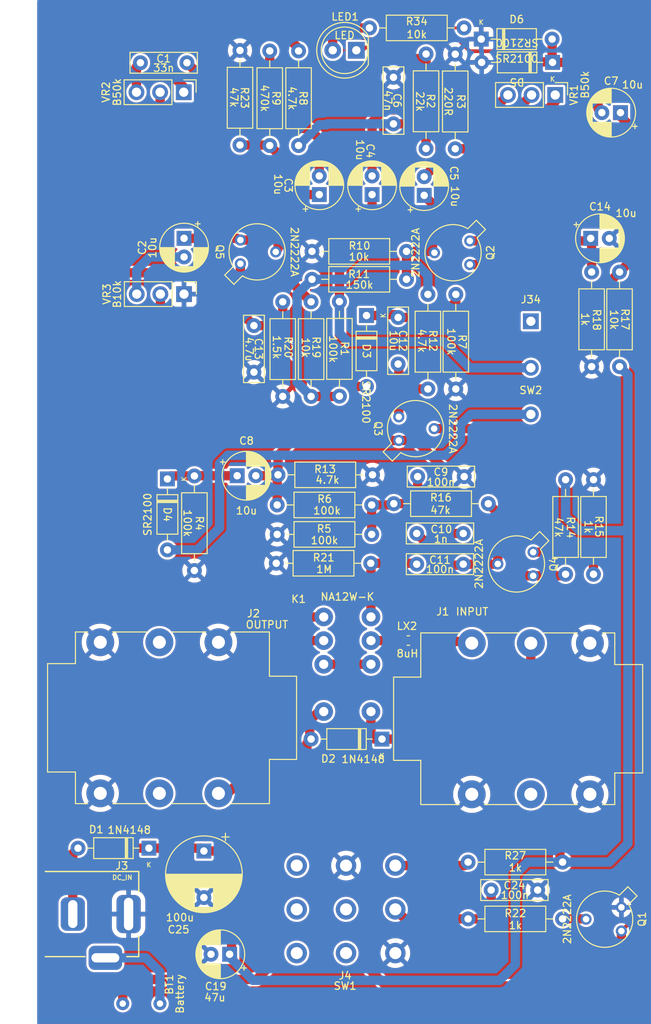
<source format=kicad_pcb>
(kicad_pcb (version 20240108) (generator "pcbnew") (generator_version "8.0")
  (layers (0 "F.Cu" signal) (31 "B.Cu" signal) (34 "B.Paste" user) (35 "F.Paste" user) (36 "B.SilkS" user "B.Silkscreen") (37 "F.SilkS" user "F.Silkscreen") (38 "B.Mask" user) (39 "F.Mask" user) (44 "Edge.Cuts" user))
  (net 0 "")
  (net 1 "Net-(BT1-+)")
  (net 3 "Net-(BT1--)")
  (net 4 "Net-(J1-PadT)")
  (net 5 "Net-(J2-PadT)")
  (net 6 "BYPASS")
  (net 7 "Net-(LED1-A)")
  (net 16 "Net-(Q4-B)")
  (net 17 "VCC")
  (net 18 "Net-(D1-A)")
  (net 19 "GND")
  (net 20 "Net-(C11-Pad2)")
  (net 21 "Net-(Q3-B)")
  (net 22 "Net-(Q4-E)")
  (net 23 "Net-(Q3-E)")
  (net 24 "Net-(C9-Pad1)")
  (net 25 "Net-(D4-K)")
  (net 26 "Net-(Q3-C)")
  (net 27 "Net-(D3-K)")
  (net 28 "Net-(D3-A)")
  (net 29 "Net-(D4-A)")
  (net 30 "Net-(C4-Pad2)")
  (net 31 "Net-(R3-Pad2)")
  (net 32 "Net-(C5-Pad2)")
  (net 33 "Net-(Q2-B)")
  (net 34 "Net-(Q2-C)")
  (net 35 "Net-(Q2-E)")
  (net 36 "Net-(D5-K)")
  (net 37 "Net-(C1-Pad1)")
  (net 38 "Net-(C6-Pad1)")
  (net 39 "Net-(R8-Pad2)")
  (net 40 "Net-(Q5-B)")
  (net 41 "Net-(C3-Pad2)")
  (net 42 "Net-(Q5-C)")
  (net 43 "Net-(C2-Pad2)")
  (net 44 "Net-(Q5-E)")
  (net 45 "Net-(K1-Pad4)")
  (net 46 "Net-(K1-Pad8)")
  (net 47 "Net-(J4C-B)")
  (net 48 "Net-(D2-A)")
  (net 49 "Net-(J4C-C)")
  (net 50 "Net-(Q1-B)")
  (footprint "Capacitor_THT:C_Rect_L7.0mm_W2.0mm_P5.00mm" (layer "F.Cu") (at 7.9 -3.81)
    (property "Reference" "C9")
    (property "Value" "100n")
  )
  (footprint "Resistor_THT:R_Axial_DIN0207_L6.3mm_D2.5mm_P10.16mm_Horizontal" (layer "F.Cu") (at -16.1 6.28 90)
    (property "Reference" "R4")
    (property "Value" "100k")
  )
  (footprint "myFoot:my_sw_3pdt" (layer "F.Cu") (at 0.2 42.672 90)
    (property "Reference" "J4")
    (property "Value" "SW1")
  )
  (footprint "Connector_PinHeader_2.54mm:PinHeader_1x03_P2.54mm_Vertical" (layer "F.Cu") (at 22.685 -44.8 -90)
    (property "Reference" "VR1")
    (property "Value" "B50k")
  )
  (footprint "Resistor_THT:R_Axial_DIN0207_L6.3mm_D2.5mm_P10.16mm_Horizontal" (layer "F.Cu") (at 26.6 -15.62 90)
    (property "Reference" "R18")
    (property "Value" "1k")
  )
  (footprint "Resistor_THT:R_Axial_DIN0207_L6.3mm_D2.5mm_P10.16mm_Horizontal" (layer "F.Cu") (at 29.6 -25.78 -90)
    (property "Reference" "R17")
    (property "Value" "10k")
  )
  (footprint "Resistor_THT:R_Axial_DIN0207_L6.3mm_D2.5mm_P10.16mm_Horizontal" (layer "F.Cu") (at 26.8 -3.48 -90)
    (property "Reference" "R15")
    (property "Value" "1k")
  )
  (footprint "Capacitor_THT:C_Rect_L7.0mm_W2.0mm_P5.00mm" (layer "F.Cu") (at -9.7 -20.026 -90)
    (property "Reference" "C13")
    (property "Value" "4.7u")
  )
  (footprint "Diode_THT:D_DO-35_SOD27_P7.62mm_Horizontal" (layer "F.Cu") (at 14.732 -50.8)
    (property "Reference" "D6")
    (property "Value" "SR2100")
  )
  (footprint "Resistor_THT:R_Axial_DIN0207_L6.3mm_D2.5mm_P10.16mm_Horizontal" (layer "F.Cu") (at -8 -39.37 90)
    (property "Reference" "R9")
    (property "Value" "470k")
  )
  (footprint "Capacitor_THT:CP_Radial_D5.0mm_P2.00mm" (layer "F.Cu") (at 3 -34.1 90)
    (property "Reference" "C4")
    (property "Value" "10u")
  )
  (footprint "Resistor_THT:R_Axial_DIN0207_L6.3mm_D2.5mm_P10.16mm_Horizontal" (layer "F.Cu") (at 15.494 -0.9 180)
    (property "Reference" "R16")
    (property "Value" "47k")
  )
  (footprint "Resistor_THT:R_Axial_DIN0207_L6.3mm_D2.5mm_P10.16mm_Horizontal" (layer "F.Cu") (at 23.48 37.6 180)
    (property "Reference" "R27")
    (property "Value" "1k")
  )
  (footprint "Connector_Audio:Jack_6.35mm_Neutrik_NMJ6HCD3_Horizontal" (layer "F.Cu") (at -13.515 30.215 180)
    (property "Reference" "J2")
    (property "Value" "OUTPUT")
  )
  (footprint "Capacitor_THT:C_Rect_L7.0mm_W2.0mm_P5.00mm" (layer "F.Cu") (at 5.8 -20.9 -90)
    (property "Reference" "C12")
    (property "Value" "10u")
  )
  (footprint "myFoot:my_conn" (layer "F.Cu") (at -19.8 52.8 90)
    (property "Reference" "BT1")
    (property "Value" "Battery")
  )
  (footprint "myFoot:my_DC_Jack" (layer "F.Cu") (at -36.67 43.18)
    (property "Reference" "J3")
    (property "Value" "DC_IN")
  )
  (footprint "Resistor_THT:R_Axial_DIN0207_L6.3mm_D2.5mm_P10.16mm_Horizontal" (layer "F.Cu") (at -7.3 5.5)
    (property "Reference" "R21")
    (property "Value" "1M")
  )
  (footprint "Relay_THT:Relay_DPDT_Omron_G6H-2" (layer "F.Cu") (at 2.88 21.43 180)
    (property "Reference" "K1")
    (property "Value" "NA12W-K")
  )
  (footprint "Capacitor_THT:CP_Radial_D5.0mm_P2.00mm" (layer "F.Cu") (at 26.5 -29.4)
    (property "Reference" "C14")
    (property "Value" "10u")
  )
  (footprint "Diode_THT:D_DO-35_SOD27_P7.62mm_Horizontal" (layer "F.Cu") (at 4.064 24.384 180)
    (property "Reference" "D2")
    (property "Value" "1N4148")
  )
  (footprint "Capacitor_THT:CP_Radial_D5.0mm_P2.00mm" (layer "F.Cu") (at 8.6 -34.014888 90)
    (property "Reference" "C5")
    (property "Value" "10u")
  )
  (footprint "Resistor_THT:R_Axial_DIN0207_L6.3mm_D2.5mm_P10.16mm_Horizontal" (layer "F.Cu") (at -3.556 -22.58 -90)
    (property "Reference" "R19")
    (property "Value" "10k")
  )
  (footprint "Resistor_THT:R_Axial_DIN0207_L6.3mm_D2.5mm_P10.16mm_Horizontal" (layer "F.Cu") (at -4.9 -39.37 90)
    (property "Reference" "R8")
    (property "Value" "4.7k")
  )
  (footprint "Resistor_THT:R_Axial_DIN0207_L6.3mm_D2.5mm_P10.16mm_Horizontal" (layer "F.Cu") (at -7.2 2.4)
    (property "Reference" "R5")
    (property "Value" "100k")
  )
  (footprint "LED_THT:LED_D5.0mm" (layer "F.Cu") (at 1.31 -49.6 180)
    (property "Reference" "LED1")
    (property "Value" "LED")
  )
  (footprint "Capacitor_THT:C_Rect_L7.0mm_W2.0mm_P5.00mm" (layer "F.Cu") (at -21.9 -48.26)
    (property "Reference" "C1")
    (property "Value" "33n")
  )
  (footprint "Resistor_THT:R_Axial_DIN0207_L6.3mm_D2.5mm_P10.16mm_Horizontal" (layer "F.Cu") (at 9 -13.22 90)
    (property "Reference" "R12")
    (property "Value" "4.7k")
  )
  (footprint "Resistor_THT:R_Axial_DIN0207_L6.3mm_D2.5mm_P10.16mm_Horizontal" (layer "F.Cu") (at 2.96 -0.762 180)
    (property "Reference" "R6")
    (property "Value" "100k")
  )
  (footprint "Package_TO_SOT_THT:TO-18-3" (layer "F.Cu") (at 11.705276 -29.125276 -90)
    (property "Reference" "Q2")
    (property "Value" "2N2222A")
  )
  (footprint "Resistor_THT:R_Axial_DIN0207_L6.3mm_D2.5mm_P10.16mm_Horizontal" (layer "F.Cu") (at 13.32 43.7)
    (property "Reference" "R22")
    (property "Value" "1k")
  )
  (footprint "Package_TO_SOT_THT:TO-18-3" (layer "F.Cu") (at -9.355276 -26.674724 90)
    (property "Reference" "Q5")
    (property "Value" "2N2222A")
  )
  (footprint "Resistor_THT:R_Axial_DIN0207_L6.3mm_D2.5mm_P10.16mm_Horizontal" (layer "F.Cu") (at 12 -13.22 90)
    (property "Reference" "R7")
    (property "Value" "100k")
  )
  (footprint "Capacitor_SMD:C_0603_1608Metric" (layer "F.Cu") (at 6.905 13.8 180)
    (property "Reference" "LX2")
    (property "Value" "8uH")
  )
  (footprint "Package_TO_SOT_THT:TO-18-3" (layer "F.Cu") (at 18.515276 4.304724 -90)
    (property "Reference" "Q4")
    (property "Value" "2N2222A")
  )
  (footprint "Resistor_THT:R_Axial_DIN0207_L6.3mm_D2.5mm_P10.16mm_Horizontal" (layer "F.Cu") (at 3.048 -4 180)
    (property "Reference" "R13")
    (property "Value" "4.7k")
  )
  (footprint "Capacitor_THT:CP_Radial_D5.0mm_P2.00mm" (layer "F.Cu") (at 29.7 -42.9 180)
    (property "Reference" "C7")
    (property "Value" "10u")
  )
  (footprint "Resistor_THT:R_Axial_DIN0207_L6.3mm_D2.5mm_P10.16mm_Horizontal" (layer "F.Cu") (at 8.8 -49.2 -90)
    (property "Reference" "R2")
    (property "Value" "22k")
  )
  (footprint "Diode_THT:D_DO-35_SOD27_P7.62mm_Horizontal" (layer "F.Cu") (at 2.4 -21.11 -90)
    (property "Reference" "D3")
    (property "Value" "SR2100")
  )
  (footprint "Capacitor_THT:C_Rect_L7.0mm_W2.0mm_P5.00mm" (layer "F.Cu") (at 12.8 5.6 180)
    (property "Reference" "C11")
    (property "Value" "100n")
  )
  (footprint "Connector_PinHeader_2.54mm:PinHeader_1x03_P2.54mm_Vertical" (layer "F.Cu") (at -17.215 -23.41 -90)
    (property "Reference" "VR3")
    (property "Value" "B10k")
  )
  (footprint "Capacitor_THT:CP_Radial_D5.0mm_P2.00mm" (layer "F.Cu") (at -2.674888 -34.1 90)
    (property "Reference" "C3")
    (property "Value" "10u")
  )
  (footprint "Resistor_THT:R_Axial_DIN0207_L6.3mm_D2.5mm_P10.16mm_Horizontal" (layer "F.Cu") (at 2.72 -52)
    (property "Reference" "R34")
    (property "Value" "10k")
  )
  (footprint "Capacitor_THT:CP_Radial_D5.0mm_P2.00mm" (layer "F.Cu") (at -17.211113 -29.4 -90)
    (property "Reference" "C2")
    (property "Value" "10u")
  )
  (footprint "Package_TO_SOT_THT:TO-18-3" (layer "F.Cu") (at 7.67 -7.69 90)
    (property "Reference" "Q3")
    (property "Value" "2N2222A")
  )
  (footprint "Capacitor_THT:CP_Radial_D5.0mm_P2.00mm" (layer "F.Cu") (at -11.5 -3.9)
    (property "Reference" "C8")
    (property "Value" "10u")
  )
  (footprint "Capacitor_THT:C_Rect_L7.0mm_W2.0mm_P5.00mm" (layer "F.Cu") (at 12.8 2.3 180)
    (property "Reference" "C10")
    (property "Value" "1n")
  )
  (footprint "Diode_THT:D_DO-35_SOD27_P7.62mm_Horizontal" (layer "F.Cu") (at -19 -3.556 -90)
    (property "Reference" "D4")
    (property "Value" "SR2100")
  )
  (footprint "Resistor_THT:R_Axial_DIN0207_L6.3mm_D2.5mm_P10.16mm_Horizontal" (layer "F.Cu") (at 11.938 -49.18 -90)
    (property "Reference" "R3")
    (property "Value" "220R")
  )
  (footprint "Capacitor_THT:C_Rect_L7.0mm_W2.0mm_P5.00mm" (layer "F.Cu") (at 5.3 -41.696 90)
    (property "Reference" "C6")
    (property "Value" "47n")
  )
  (footprint "Resistor_THT:R_Axial_DIN0207_L6.3mm_D2.5mm_P10.16mm_Horizontal" (layer "F.Cu") (at -0.508 -22.606 -90)
    (property "Reference" "R1")
    (property "Value" "100k")
  )
  (footprint "Package_TO_SOT_THT:TO-18-3" (layer "F.Cu") (at 28 42.46 -90)
    (property "Reference" "Q1")
    (property "Value" "2N2222A")
  )
  (footprint "Diode_THT:D_DO-35_SOD27_P7.62mm_Horizontal" (layer "F.Cu") (at -20.99 36.1 180)
    (property "Reference" "D1")
    (property "Value" "1N4148")
  )
  (footprint "Resistor_THT:R_Axial_DIN0207_L6.3mm_D2.5mm_P10.16mm_Horizontal" (layer "F.Cu") (at 23.8 6.68 90)
    (property "Reference" "R14")
    (property "Value" "47k")
  )
  (footprint "Capacitor_THT:CP_Radial_D5.0mm_P2.00mm" (layer "F.Cu") (at -12.313775 47.497999 180)
    (property "Reference" "C19")
    (property "Value" "47u")
  )
  (footprint "Resistor_THT:R_Axial_DIN0207_L6.3mm_D2.5mm_P10.16mm_Horizontal" (layer "F.Cu") (at -11.2 -49.58 -90)
    (property "Reference" "R23")
    (property "Value" "47k")
  )
  (footprint "Resistor_THT:R_Axial_DIN0207_L6.3mm_D2.5mm_P10.16mm_Horizontal" (layer "F.Cu") (at -3.46 -28)
    (property "Reference" "R10")
    (property "Value" "10k")
  )
  (footprint "Resistor_THT:R_Axial_DIN0207_L6.3mm_D2.5mm_P10.16mm_Horizontal" (layer "F.Cu") (at 6.7 -25 180)
    (property "Reference" "R11")
    (property "Value" "150k")
  )
  (footprint "Capacitor_THT:C_Rect_L7.0mm_W2.0mm_P5.00mm" (layer "F.Cu") (at 15.8 40.6)
    (property "Reference" "C24")
    (property "Value" "100n")
  )
  (footprint "Capacitor_THT:CP_Radial_D8.0mm_P5.00mm" (layer "F.Cu") (at -15.077349 36.407349 -90)
    (property "Reference" "C25")
    (property "Value" "100u")
  )
  (footprint "Connector_PinHeader_2.54mm:PinHeader_1x03_P2.54mm_Vertical" (layer "F.Cu") (at 20.066 -20.494)
    (property "Reference" "J34")
    (property "Value" "SW2")
  )
  (footprint "Connector_PinHeader_2.54mm:PinHeader_1x03_P2.54mm_Vertical" (layer "F.Cu") (at -17.245 -45.095 -90)
    (property "Reference" "VR2")
    (property "Value" "B50k")
  )
  (footprint "Diode_THT:D_DO-35_SOD27_P7.62mm_Horizontal" (layer "F.Cu") (at 22.4 -48.3 180)
    (property "Reference" "D5")
    (property "Value" "SR2100")
  )
  (footprint "Connector_Audio:Jack_6.35mm_Neutrik_NMJ6HCD3_Horizontal" (layer "F.Cu") (at 13.715 14.085)
    (property "Reference" "J1")
    (property "Value" "INPUT")
  )
  (footprint "Resistor_THT:R_Axial_DIN0207_L6.3mm_D2.5mm_P10.16mm_Horizontal" (layer "F.Cu") (at -6.6 -12.42 90)
    (property "Reference" "R20")
    (property "Value" "1.5k")
  )
  (segment (start -19.8 52.8) (end -19.8 49.4) (width 1) (layer "B.Cu") (net 1))
  (segment (start -21.32 47.88) (end -25.67 47.88) (width 1) (layer "B.Cu") (net 1))
  (segment (start -19.8 49.4) (end -21.32 47.88) (width 1) (layer "B.Cu") (net 1))
  (segment (start -6.5 18.6) (end -7.8 19.9) (width 1) (layer "F.Cu") (net 3))
  (segment (start 18.9 18.6) (end -6.5 18.6) (width 1) (layer "F.Cu") (net 3))
  (segment (start 20.065 14.085) (end 20.065 17.435) (width 1) (layer "F.Cu") (net 3))
  (segment (start 20.065 17.435) (end 18.9 18.6) (width 1) (layer "F.Cu") (net 3))
  (segment (start -9.4 50.2) (end -22.6 50.2) (width 1) (layer "F.Cu") (net 3))
  (segment (start -7.8 48.6) (end -9.4 50.2) (width 1) (layer "F.Cu") (net 3))
  (segment (start -7.8 19.9) (end -7.8 48.6) (width 1) (layer "F.Cu") (net 3))
  (segment (start -22.6 50.2) (end -23.8 51.4) (width 1) (layer "F.Cu") (net 3))
  (segment (start -23.8 51.4) (end -23.8 52.8) (width 1) (layer "F.Cu") (net 3))
  (segment (start 12.6 13.9) (end 12 13.9) (width 1) (layer "F.Cu") (net 4))
  (segment (start 12 13.9) (end 11.9 13.8) (width 1) (layer "F.Cu") (net 4))
  (segment (start 13.715 14.085) (end 12.785 14.085) (width 1) (layer "F.Cu") (net 4))
  (segment (start 12.785 14.085) (end 12.6 13.9) (width 1) (layer "F.Cu") (net 4))
  (segment (start 11.9 13.8) (end 7.68 13.8) (width 1) (layer "F.Cu") (net 4))
  (segment (start -2.2 13.81) (end -9.01 13.81) (width 1) (layer "F.Cu") (net 5))
  (segment (start -9.01 13.81) (end -10.6 15.4) (width 1) (layer "F.Cu") (net 5))
  (segment (start -12.515 30.215) (end -13.515 30.215) (width 1) (layer "F.Cu") (net 5))
  (segment (start -10.6 15.4) (end -10.6 28.3) (width 1) (layer "F.Cu") (net 5))
  (segment (start -10.6 28.3) (end -12.515 30.215) (width 1) (layer "F.Cu") (net 5))
  (segment (start 2.88 16.35) (end -2.2 16.35) (width 1) (layer "F.Cu") (net 6))
  (segment (start -1.23 -51.17) (end -1.23 -49.6) (width 1) (layer "F.Cu") (net 7))
  (segment (start -0.4 -52) (end -1.23 -51.17) (width 1) (layer "F.Cu") (net 7))
  (segment (start -1.23 -49.6) (end -1.23 -50.07) (width 0.4) (layer "F.Cu") (net 7))
  (segment (start 2.72 -52) (end -0.4 -52) (width 1) (layer "F.Cu") (net 7))
  (segment (start 7.8 2.3) (end 11.2 5.7) (width 1) (layer "F.Cu") (net 16))
  (segment (start 16.49 5.6) (end 16.515276 5.574724) (width 1) (layer "F.Cu") (net 16))
  (segment (start 12.8 5.6) (end 16.49 5.6) (width 1) (layer "F.Cu") (net 16))
  (segment (start 11.2 5.7) (end 12.7 5.7) (width 1) (layer "F.Cu") (net 16))
  (segment (start 16.515276 0.121276) (end 15.494 -0.9) (width 1) (layer "F.Cu") (net 16))
  (segment (start 12.7 5.7) (end 12.8 5.6) (width 1) (layer "F.Cu") (net 16))
  (segment (start 16.515276 5.574724) (end 16.515276 0.121276) (width 1) (layer "F.Cu") (net 16))
  (segment (start -30.4 30.3) (end -30.4 -25.7) (width 1) (layer "F.Cu") (net 17))
  (segment (start -12.892651 36.407349) (end -12.1 37.2) (width 1) (layer "F.Cu") (net 17))
  (segment (start -30.4 -44.8) (end -22.3 -52.9) (width 1) (layer "F.Cu") (net 17))
  (segment (start 4.7 -52) (end 12.88 -52) (width 0.3) (layer "F.Cu") (net 17))
  (segment (start -24.6 36.1) (end -30.4 30.3) (width 1) (layer "F.Cu") (net 17))
  (segment (start -12.5 -17.8) (end -6.1 -17.8) (width 1) (layer "F.Cu") (net 17))
  (segment (start 3.284 24.384) (end 4.064 24.384) (width 1) (layer "F.Cu") (net 17))
  (segment (start -2.9 -47.7) (end -4 -46.6) (width 1) (layer "F.Cu") (net 17))
  (segment (start 3.55 -50.85) (end 4.7 -52) (width 0.3) (layer "F.Cu") (net 17))
  (segment (start 0.1 -50.9) (end 1.9 -50.9) (width 0.3) (layer "F.Cu") (net 17))
  (segment (start -30.4 -25.7) (end -14.9 -25.7) (width 1) (layer "F.Cu") (net 17))
  (segment (start -12.1 37.2) (end -12.1 47.284224) (width 1) (layer "F.Cu") (net 17))
  (segment (start -4.3 -52.9) (end -2.9 -51.5) (width 1) (layer "F.Cu") (net 17))
  (segment (start -30.4 -25.7) (end -30.4 -44.8) (width 1) (layer "F.Cu") (net 17))
  (segment (start -4 -46.6) (end -6.7 -46.6) (width 1) (layer "F.Cu") (net 17))
  (segment (start -4.5 -16.2) (end -4.5 -13.364) (width 1) (layer "F.Cu") (net 17))
  (segment (start -0.3 -48.2) (end 0.02 -48.52) (width 0.3) (layer "F.Cu") (net 17))
  (segment (start -6.7 -46.6) (end -8 -47.9) (width 1) (layer "F.Cu") (net 17))
  (segment (start -13.5 -24.3) (end -13.5 -18.8) (width 1) (layer "F.Cu") (net 17))
  (segment (start -14.9 -25.7) (end -13.5 -24.3) (width 1) (layer "F.Cu") (net 17))
  (segment (start 1.9 -50.9) (end 1.95 -50.85) (width 0.3) (layer "F.Cu") (net 17))
  (segment (start -3.556 -12.42) (end -0.534 -12.42) (width 1) (layer "F.Cu") (net 17))
  (segment (start 2.88 21.43) (end 2.88 23.98) (width 1) (layer "F.Cu") (net 17))
  (segment (start 0.02 -48.52) (end 0.02 -50.82) (width 0.3) (layer "F.Cu") (net 17))
  (segment (start 0.02 -50.82) (end 0.1 -50.9) (width 0.3) (layer "F.Cu") (net 17))
  (segment (start 4.064 24.384) (end 21.584 24.384) (width 1) (layer "F.Cu") (net 17))
  (segment (start -20.99 36.1) (end -24.6 36.1) (width 1) (layer "F.Cu") (net 17))
  (segment (start -13.5 -18.8) (end -12.5 -17.8) (width 1) (layer "F.Cu") (net 17))
  (segment (start -15.077349 36.407349) (end -12.892651 36.407349) (width 1) (layer "F.Cu") (net 17))
  (segment (start 21.584 24.384) (end 23.2 26) (width 1) (layer "F.Cu") (net 17))
  (segment (start -0.3 -48.2) (end -2.9 -48.2) (width 0.5) (layer "F.Cu") (net 17))
  (segment (start -2.9 -51.5) (end -2.9 -48.2) (width 1) (layer "F.Cu") (net 17))
  (segment (start -20.99 36.1) (end -15.384698 36.1) (width 1) (layer "F.Cu") (net 17))
  (segment (start 2.88 23.98) (end 3.284 24.384) (width 1) (layer "F.Cu") (net 17))
  (segment (start -8 -47.9) (end -8 -49.53) (width 1) (layer "F.Cu") (net 17))
  (segment (start 23.2 26) (end 23.2 37.32) (width 1) (layer "F.Cu") (net 17))
  (segment (start -2.9 -48.2) (end -2.9 -47.7) (width 1) (layer "F.Cu") (net 17))
  (segment (start -22.3 -52.9) (end -4.3 -52.9) (width 1) (layer "F.Cu") (net 17))
  (segment (start 23.2 37.32) (end 23.48 37.6) (width 1) (layer "F.Cu") (net 17))
  (segment (start -6.1 -17.8) (end -4.5 -16.2) (width 1) (layer "F.Cu") (net 17))
  (segment (start 1.95 -50.85) (end 3.55 -50.85) (width 0.3) (layer "F.Cu") (net 17))
  (segment (start -15.384698 36.1) (end -15.077349 36.407349) (width 1) (layer "F.Cu") (net 17))
  (segment (start -12.1 47.284224) (end -12.313775 47.497999) (width 1) (layer "F.Cu") (net 17))
  (segment (start -0.534 -12.42) (end -0.508 -12.446) (width 1) (layer "F.Cu") (net 17))
  (segment (start -4.5 -13.364) (end -3.556 -12.42) (width 1) (layer "F.Cu") (net 17))
  (segment (start 28.5 37.6) (end 23.48 37.6) (width 1) (layer "B.Cu") (net 17))
  (segment (start 0.4 -25) (end -3.46 -25) (width 1) (layer "B.Cu") (net 17))
  (segment (start -9.8 50.3) (end 16.7 50.3) (width 1) (layer "B.Cu") (net 17))
  (segment (start 23.8 0.5) (end 25.3 2) (width 1) (layer "B.Cu") (net 17))
  (segment (start -12.313775 47.786225) (end -9.8 50.3) (width 1) (layer "B.Cu") (net 17))
  (segment (start 30.5 -14.72) (end 30.5 -14.1) (width 1) (layer "B.Cu") (net 17))
  (segment (start 23.8 -3.48) (end 23.8 0.5) (width 1) (layer "B.Cu") (net 17))
  (segment (start 30.5 -14.1) (end 30.5 2) (width 1) (layer "B.Cu") (net 17))
  (segment (start -3.46 -25) (end -5.056 -23.404) (width 1) (layer "B.Cu") (net 17))
  (segment (start 18.4 48.6) (end 18.4 38.9) (width 1) (layer "B.Cu") (net 17))
  (segment (start 16.7 50.3) (end 18.4 48.6) (width 1) (layer "B.Cu") (net 17))
  (segment (start -5.056 -13.92) (end -3.556 -12.42) (width 1) (layer "B.Cu") (net 17))
  (segment (start 9 -23.38) (end 9 -25.4) (width 1) (layer "B.Cu") (net 17))
  (segment (start 30.5 35.6) (end 28.5 37.6) (width 1) (layer "B.Cu") (net 17))
  (segment (start 18.4 38.9) (end 19.7 37.6) (width 1) (layer "B.Cu") (net 17))
  (segment (start 7.9 -26.5) (end 1.9 -26.5) (width 1) (layer "B.Cu") (net 17))
  (segment (start 30.5 2) (end 30.5 35.6) (width 1) (layer "B.Cu") (net 17))
  (segment (start -5.056 -23.404) (end -5.056 -13.92) (width 1) (layer "B.Cu") (net 17))
  (segment (start 9 -25.4) (end 7.9 -26.5) (width 1) (layer "B.Cu") (net 17))
  (segment (start 1.9 -26.5) (end 0.4 -25) (width 1) (layer "B.Cu") (net 17))
  (segment (start -12.313775 47.497999) (end -12.313775 47.786225) (width 1) (layer "B.Cu") (net 17))
  (segment (start 25.3 2) (end 30.5 2) (width 1) (layer "B.Cu") (net 17))
  (segment (start 19.7 37.6) (end 23.48 37.6) (width 1) (layer "B.Cu") (net 17))
  (segment (start 29.6 -15.62) (end 30.5 -14.72) (width 1) (layer "B.Cu") (net 17))
  (segment (start -29.17 36.66) (end -28.61 36.1) (width 1) (layer "F.Cu") (net 18))
  (segment (start -29.17 43.18) (end -29.17 36.66) (width 1) (layer "F.Cu") (net 18))
  (segment (start 2.88 11.27) (end 2.88 5.52) (width 1) (layer "F.Cu") (net 20))
  (segment (start 2.86 5.5) (end 7.7 5.5) (width 1) (layer "F.Cu") (net 20))
  (segment (start 2.88 5.52) (end 2.86 5.5) (width 1) (layer "F.Cu") (net 20))
  (segment (start 7.7 5.5) (end 7.8 5.6) (width 1) (layer "F.Cu") (net 20))
  (segment (start 13.74 -8.96) (end 18.3 -4.4) (width 1) (layer "F.Cu") (net 21))
  (segment (start 18.3 5.6) (end 19.544724 6.844724) (width 1) (layer "F.Cu") (net 21))
  (segment (start 20.315276 6.844724) (end 23.635276 6.844724) (width 1) (layer "F.Cu") (net 21))
  (segment (start 9.67 -8.96) (end 13.74 -8.96) (width 1) (layer "F.Cu") (net 21))
  (segment (start 18.3 -4.4) (end 18.3 5.6) (width 1) (layer "F.Cu") (net 21))
  (segment (start 23.635276 6.844724) (end 23.8 6.68) (width 1) (layer "F.Cu") (net 21))
  (segment (start 19.544724 6.844724) (end 20.315276 6.844724) (width 1) (layer "F.Cu") (net 21))
  (segment (start 20.315276 4.304724) (end 25.904724 4.304724) (width 1) (layer "F.Cu") (net 22))
  (segment (start 25.904724 4.304724) (end 26.8 5.2) (width 1) (layer "F.Cu") (net 22))
  (segment (start 26.8 5.2) (end 26.8 6.68) (width 1) (layer "F.Cu") (net 22))
  (segment (start 5.87 -7.69) (end 7.71 -7.69) (width 1) (layer "F.Cu") (net 23))
  (segment (start -7.212 -3.9) (end -7.112 -4) (width 1) (layer "F.Cu") (net 23))
  (segment (start -5.49 -7.69) (end 5.87 -7.69) (width 1) (layer "F.Cu") (net 23))
  (segment (start 10.5 1.3) (end 11.5 2.3) (width 1) (layer "F.Cu") (net 23))
  (segment (start 10.5 -4.9) (end 10.5 1.3) (width 1) (layer "F.Cu") (net 23))
  (segment (start -7.2 -3.912) (end -7.112 -4) (width 1) (layer "F.Cu") (net 23))
  (segment (start -9.5 -3.9) (end -7.212 -3.9) (width 1) (layer "F.Cu") (net 23))
  (segment (start -5.5 -7.7) (end -5.49 -7.69) (width 1) (layer "F.Cu") (net 23))
  (segment (start -7.112 -4) (end -7.112 -6.088) (width 1) (layer "F.Cu") (net 23))
  (segment (start 11.5 2.3) (end 12.8 2.3) (width 1) (layer "F.Cu") (net 23))
  (segment (start -7.112 -6.088) (end -5.5 -7.7) (width 1) (layer "F.Cu") (net 23))
  (segment (start -7.2 -0.762) (end -7.2 -3.912) (width 1) (layer "F.Cu") (net 23))
  (segment (start 7.71 -7.69) (end 10.5 -4.9) (width 1) (layer "F.Cu") (net 23))
  (segment (start 5.334 -0.9) (end 7.4 -0.9) (width 1) (layer "F.Cu") (net 24))
  (segment (start 7.9 -1.4) (end 7.9 -3.81) (width 1) (layer "F.Cu") (net 24))
  (segment (start 2.96 2.4) (end 2.96 -0.762) (width 1) (layer "F.Cu") (net 24))
  (segment (start 2.96 -0.762) (end 5.196 -0.762) (width 1) (layer "F.Cu") (net 24))
  (segment (start 7.4 -0.9) (end 7.9 -1.4) (width 1) (layer "F.Cu") (net 24))
  (segment (start 5.196 -0.762) (end 5.334 -0.9) (width 1) (layer "F.Cu") (net 24))
  (segment (start -11.5 -3.9) (end -16.08 -3.9) (width 1) (layer "F.Cu") (net 25))
  (segment (start -18.676 -3.88) (end -19 -3.556) (width 1) (layer "F.Cu") (net 25))
  (segment (start -16.08 -3.9) (end -16.1 -3.88) (width 1) (layer "F.Cu") (net 25))
  (segment (start -16.1 -3.88) (end -18.676 -3.88) (width 1) (layer "F.Cu") (net 25))
  (segment (start 5.87 -13.1) (end 5.87 -15.83) (width 1) (layer "F.Cu") (net 26))
  (segment (start 5.87 -15.83) (end 5.8 -15.9) (width 1) (layer "F.Cu") (net 26))
  (segment (start 9 -13.22) (end 5.99 -13.22) (width 1) (layer "F.Cu") (net 26))
  (segment (start 5.87 -10.23) (end 5.87 -13.1) (width 1) (layer "F.Cu") (net 26))
  (segment (start 5.99 -13.22) (end 5.87 -13.1) (width 1) (layer "F.Cu") (net 26))
  (segment (start 5.5 -21.2) (end 4.4 -21.2) (width 1) (layer "F.Cu") (net 27))
  (segment (start 12 -23.38) (end 12 -22.6) (width 1) (layer "F.Cu") (net 27))
  (segment (start 12 -22.6) (end 10.3 -20.9) (width 1) (layer "F.Cu") (net 27))
  (segment (start 4.31 -21.11) (end 2.4 -21.11) (width 1) (layer "F.Cu") (net 27))
  (segment (start 10.3 -20.9) (end 5.8 -20.9) (width 1) (layer "F.Cu") (net 27))
  (segment (start 5.8 -20.9) (end 5.5 -21.2) (width 1) (layer "F.Cu") (net 27))
  (segment (start 4.4 -21.2) (end 4.31 -21.11) (width 1) (layer "F.Cu") (net 27))
  (segment (start -0.508 -22.606) (end -0.508 -27.892) (width 1) (layer "F.Cu") (net 28))
  (segment (start 2.4 -13.49) (end 1.21 -13.49) (width 1) (layer "F.Cu") (net 28))
  (segment (start 3 -31.4) (end 3 -34.1) (width 1) (layer "F.Cu") (net 28))
  (segment (start -0.508 -15.208) (end -0.508 -22.606) (width 1) (layer "F.Cu") (net 28))
  (segment (start -0.508 -27.892) (end 3 -31.4) (width 1) (layer "F.Cu") (net 28))
  (segment (start 1.21 -13.49) (end -0.508 -15.208) (width 1) (layer "F.Cu") (net 28))
  (segment (start 0.4 -18.3) (end 10.7 -18.3) (width 1) (layer "B.Cu") (net 28))
  (segment (start 10.7 -18.3) (end 13.506 -15.494) (width 1) (layer "B.Cu") (net 28))
  (segment (start -0.508 -19.208) (end 0.4 -18.3) (width 1) (layer "B.Cu") (net 28))
  (segment (start -0.508 -22.606) (end -0.508 -19.208) (width 1) (layer "B.Cu") (net 28))
  (segment (start 13.506 -15.494) (end 20.066 -15.494) (width 1) (layer "B.Cu") (net 28))
  (segment (start -19 4.064) (end -15.764 4.064) (width 1) (layer "B.Cu") (net 29))
  (segment (start -13.4 -5.2) (end -13.4 0.1) (width 1) (layer "B.Cu") (net 29))
  (segment (start -15.764 4.064) (end -13.4 1.7) (width 1) (layer "B.Cu") (net 29))
  (segment (start 12.5 -7.7) (end 11.4 -6.6) (width 1) (layer "B.Cu") (net 29))
  (segment (start -13.4 1.7) (end -13.4 0.1) (width 1) (layer "B.Cu") (net 29))
  (segment (start 10.9 -6.1) (end 5.5 -6.1) (width 1) (layer "B.Cu") (net 29))
  (segment (start 12.9 -9.8) (end 12.5 -9.4) (width 1) (layer "B.Cu") (net 29))
  (segment (start 13.594 -10.494) (end 12.9 -9.8) (width 1) (layer "B.Cu") (net 29))
  (segment (start 20.066 -10.494) (end 13.594 -10.494) (width 1) (layer "B.Cu") (net 29))
  (segment (start -12.5 -6.1) (end -13.4 -5.2) (width 1) (layer "B.Cu") (net 29))
  (segment (start 12.5 -9.4) (end 12.5 -7.9) (width 1) (layer "B.Cu") (net 29))
  (segment (start 12.5 -7.9) (end 12.5 -7.7) (width 1) (layer "B.Cu") (net 29))
  (segment (start 11.4 -6.6) (end 10.9 -6.1) (width 1) (layer "B.Cu") (net 29))
  (segment (start 5.5 -6.1) (end -12.5 -6.1) (width 1) (layer "B.Cu") (net 29))
  (segment (start 16.001 -43.196) (end 17.605 -44.8) (width 1) (layer "F.Cu") (net 30))
  (segment (start 3 -36.1) (end 3 -41.9) (width 1) (layer "F.Cu") (net 30))
  (segment (start 4.296 -43.196) (end 16.001 -43.196) (width 1) (layer "F.Cu") (net 30))
  (segment (start 3 -41.9) (end 4.296 -43.196) (width 1) (layer "F.Cu") (net 30))
  (segment (start 17.62 -39.02) (end 22.685 -44.085) (width 1) (layer "F.Cu") (net 31))
  (segment (start 22.685 -44.085) (end 22.685 -44.8) (width 1) (layer "F.Cu") (net 31))
  (segment (start 11.938 -39.02) (end 17.62 -39.02) (width 1) (layer "F.Cu") (net 31))
  (segment (start 16.745 -41.4) (end 11.1 -41.4) (width 1) (layer "F.Cu") (net 32))
  (segment (start 20.145 -44.8) (end 16.745 -41.4) (width 1) (layer "F.Cu") (net 32))
  (segment (start 10.3 -37.714888) (end 8.6 -36.014888) (width 1) (layer "F.Cu") (net 32))
  (segment (start 11.1 -41.4) (end 10.3 -40.6) (width 1) (layer "F.Cu") (net 32))
  (segment (start 10.3 -40.6) (end 10.3 -37.714888) (width 1) (layer "F.Cu") (net 32))
  (segment (start 8.6 -34.014888) (end 8.6 -34) (width 1) (layer "F.Cu") (net 33))
  (segment (start 6.7 -28) (end 9.560552 -28) (width 1) (layer "F.Cu") (net 33))
  (segment (start 6.7 -25) (end 6.7 -28) (width 1) (layer "F.Cu") (net 33))
  (segment (start 9.560552 -28) (end 9.705276 -27.855276) (width 1) (layer "F.Cu") (net 33))
  (segment (start 8.6 -34) (end 9.5 -33.1) (width 1) (layer "F.Cu") (net 33))
  (segment (start 9.5 -33.1) (end 9.5 -28.060552) (width 1) (layer "F.Cu") (net 33))
  (segment (start 9.5 -28.060552) (end 9.705276 -27.855276) (width 1) (layer "F.Cu") (net 33))
  (segment (start 24.5 -23.7) (end 27.5 -23.7) (width 1) (layer "F.Cu") (net 34))
  (segment (start 30.5 -26.68) (end 30.5 -41.7) (width 1) (layer "F.Cu") (net 34))
  (segment (start 29.7 -42.5) (end 29.7 -42.9) (width 1) (layer "F.Cu") (net 34))
  (segment (start 30.5 -41.7) (end 29.7 -42.5) (width 1) (layer "F.Cu") (net 34))
  (segment (start 27.5 -23.7) (end 28.2 -24.4) (width 1) (layer "F.Cu") (net 34))
  (segment (start 21.614724 -26.585276) (end 24.5 -23.7) (width 1) (layer "F.Cu") (net 34))
  (segment (start 28.22 -24.4) (end 29.6 -25.78) (width 1) (layer "F.Cu") (net 34))
  (segment (start 13.505276 -26.585276) (end 21.614724 -26.585276) (width 1) (layer "F.Cu") (net 34))
  (segment (start 29.6 -25.78) (end 30.5 -26.68) (width 1) (layer "F.Cu") (net 34))
  (segment (start 28.2 -24.4) (end 28.22 -24.4) (width 1) (layer "F.Cu") (net 34))
  (segment (start 13.505276 -29.125276) (end 26.225276 -29.125276) (width 1) (layer "F.Cu") (net 35))
  (segment (start 26.225276 -29.125276) (end 26.5 -29.4) (width 1) (layer "F.Cu") (net 35))
  (segment (start 26.6 -25.78) (end 26.6 -29.3) (width 1) (layer "F.Cu") (net 35))
  (segment (start 26.6 -29.3) (end 26.5 -29.4) (width 1) (layer "F.Cu") (net 35))
  (segment (start 0.5 -45) (end 1.5 -46) (width 1) (layer "F.Cu") (net 36))
  (segment (start 8.8 -46.5) (end 9.2 -46.1) (width 1) (layer "F.Cu") (net 36))
  (segment (start 27.3 -46.7) (end 25.7 -48.3) (width 1) (layer "F.Cu") (net 36))
  (segment (start 25.7 -48.3) (end 22.4 -48.3) (width 1) (layer "F.Cu") (net 36))
  (segment (start 27.3 -43.3) (end 27.3 -46.7) (width 1) (layer "F.Cu") (net 36))
  (segment (start -16.9 -48.26) (end -13.64 -45) (width 1) (layer "F.Cu") (net 36))
  (segment (start -13.64 -45) (end 0.5 -45) (width 1) (layer "F.Cu") (net 36))
  (segment (start 9.2 -46.1) (end 15.1 -46.1) (width 1) (layer "F.Cu") (net 36))
  (segment (start 27.7 -42.9) (end 27.3 -43.3) (width 1) (layer "F.Cu") (net 36))
  (segment (start 1.5 -46) (end 1.5 -46.5) (width 1) (layer "F.Cu") (net 36))
  (segment (start 22.352 -48.348) (end 22.4 -48.3) (width 1) (layer "F.Cu") (net 36))
  (segment (start 15.1 -46.1) (end 17.348 -48.348) (width 1) (layer "F.Cu") (net 36))
  (segment (start 22.352 -50.8) (end 22.352 -48.348) (width 1) (layer "F.Cu") (net 36))
  (segment (start 3.7 -48.7) (end 8.3 -48.7) (width 1) (layer "F.Cu") (net 36))
  (segment (start 8.3 -48.7) (end 8.8 -49.2) (width 1) (layer "F.Cu") (net 36))
  (segment (start 17.348 -48.348) (end 22.352 -48.348) (width 1) (layer "F.Cu") (net 36))
  (segment (start 8.8 -49.2) (end 8.8 -46.5) (width 1) (layer "F.Cu") (net 36))
  (segment (start 1.5 -46.5) (end 3.7 -48.7) (width 1) (layer "F.Cu") (net 36))
  (segment (start -22.325 -45.095) (end -22.325 -47.835) (width 1) (layer "F.Cu") (net 37))
  (segment (start -22.325 -47.835) (end -21.9 -48.26) (width 1) (layer "F.Cu") (net 37))
  (segment (start 7.604 -41.696) (end 5.3 -41.696) (width 1) (layer "F.Cu") (net 38))
  (segment (start 8.8 -39.04) (end 8.8 -40.5) (width 1) (layer "F.Cu") (net 38))
  (segment (start 8.8 -40.5) (end 7.604 -41.696) (width 1) (layer "F.Cu") (net 38))
  (segment (start -1.9 -41.6) (end -1.804 -41.696) (width 1) (layer "B.Cu") (net 38))
  (segment (start -2.67 -41.6) (end -1.9 -41.6) (width 1) (layer "B.Cu") (net 38))
  (segment (start -1.804 -41.696) (end 5.3 -41.696) (width 1) (layer "B.Cu") (net 38))
  (segment (start -4.9 -39.37) (end -2.67 -41.6) (width 1) (layer "B.Cu") (net 38))
  (segment (start -19.6 -49.6) (end -17.8 -51.4) (width 1) (layer "F.Cu") (net 39))
  (segment (start -4.9 -49.8) (end -4.9 -49.53) (width 1) (layer "F.Cu") (net 39))
  (segment (start -17.245 -45.095) (end -17.245 -45.645) (width 1) (layer "F.Cu") (net 39))
  (segment (start -19.6 -48) (end -19.6 -49.6) (width 1) (layer "F.Cu") (net 39))
  (segment (start -17.245 -45.645) (end -19.6 -48) (width 1) (layer "F.Cu") (net 39))
  (segment (start -17.8 -51.4) (end -6.5 -51.4) (width 1) (layer "F.Cu") (net 39))
  (segment (start -6.5 -51.4) (end -4.9 -49.8) (width 1) (layer "F.Cu") (net 39))
  (segment (start -2.674888 -34.1) (end -7.1 -34.1) (width 1) (layer "F.Cu") (net 40))
  (segment (start -7 -38.4) (end -7 -34.2) (width 1) (layer "F.Cu") (net 40))
  (segment (start -8 -39.37) (end -7.03 -38.4) (width 1) (layer "F.Cu") (net 40))
  (segment (start -7.355276 -27.944724) (end -7.355276 -28.044724) (width 1) (layer "F.Cu") (net 40))
  (segment (start -7.1 -28.3) (end -7.1 -34.1) (width 1) (layer "F.Cu") (net 40))
  (segment (start -7 -34.2) (end -7.1 -34.1) (width 1) (layer "F.Cu") (net 40))
  (segment (start -7.355276 -28.044724) (end -7.1 -28.3) (width 1) (layer "F.Cu") (net 40))
  (segment (start -7.03 -38.4) (end -7 -38.4) (width 1) (layer "F.Cu") (net 40))
  (segment (start -11.2 -39.42) (end -8.05 -39.42) (width 1) (layer "F.Cu") (net 40))
  (segment (start -8.05 -39.42) (end -8 -39.37) (width 1) (layer "F.Cu") (net 40))
  (segment (start -19.785 -43.885) (end -17.1 -41.2) (width 1) (layer "F.Cu") (net 41))
  (segment (start -19.785 -45.095) (end -19.785 -43.885) (width 1) (layer "F.Cu") (net 41))
  (segment (start -17.1 -41.2) (end -3.8 -41.2) (width 1) (layer "F.Cu") (net 41))
  (segment (start -3.8 -41.2) (end -2.674888 -40.074888) (width 1) (layer "F.Cu") (net 41))
  (segment (start -2.674888 -40.074888) (end -2.674888 -36.1) (width 1) (layer "F.Cu") (net 41))
  (segment (start -11.155276 -29.214724) (end -9.814724 -29.214724) (width 1) (layer "F.Cu") (net 42))
  (segment (start -11.314724 -29.214724) (end -11.5 -29.4) (width 1) (layer "F.Cu") (net 42))
  (segment (start -8 -24.9) (end -5.8 -24.9) (width 1) (layer "F.Cu") (net 42))
  (segment (start -5.4 -24.424) (end -3.556 -22.58) (width 1) (layer "F.Cu") (net 42))
  (segment (start -5.4 -24.5) (end -5.4 -24.424) (width 1) (layer "F.Cu") (net 42))
  (segment (start -11.5 -29.4) (end -17.211113 -29.4) (width 1) (layer "F.Cu") (net 42))
  (segment (start -9.2 -26.1) (end -8 -24.9) (width 1) (layer "F.Cu") (net 42))
  (segment (start -9.2 -28.6) (end -9.2 -26.1) (width 1) (layer "F.Cu") (net 42))
  (segment (start -9.814724 -29.214724) (end -9.2 -28.6) (width 1) (layer "F.Cu") (net 42))
  (segment (start -5.8 -24.9) (end -5.4 -24.5) (width 1) (layer "F.Cu") (net 42))
  (segment (start -11.155276 -29.214724) (end -11.314724 -29.214724) (width 1) (layer "F.Cu") (net 42))
  (segment (start -20.9 -27.4) (end -22.295 -26.005) (width 1) (layer "B.Cu") (net 43))
  (segment (start -22.295 -26.005) (end -22.295 -23.41) (width 1) (layer "B.Cu") (net 43))
  (segment (start -17.211113 -27.4) (end -20.9 -27.4) (width 1) (layer "B.Cu") (net 43))
  (segment (start -11.155276 -26.674724) (end -11.155276 -21.481276) (width 1) (layer "F.Cu") (net 44))
  (segment (start -6.6 -22.58) (end -6.6 -20.7) (width 1) (layer "F.Cu") (net 44))
  (segment (start -6.6 -20.7) (end -7.274 -20.026) (width 1) (layer "F.Cu") (net 44))
  (segment (start -11.155276 -21.481276) (end -9.7 -20.026) (width 1) (layer "F.Cu") (net 44))
  (segment (start -7.274 -20.026) (end -9.7 -20.026) (width 1) (layer "F.Cu") (net 44))
  (segment (start 6.12 13.81) (end 6.13 13.8) (width 1) (layer "F.Cu") (net 45))
  (segment (start 2.88 13.81) (end 6.12 13.81) (width 1) (layer "F.Cu") (net 45))
  (segment (start -18.33 11.27) (end -21.3 8.3) (width 1) (layer "F.Cu") (net 46))
  (segment (start -2.2 11.27) (end -18.33 11.27) (width 1) (layer "F.Cu") (net 46))
  (segment (start -21.3 -17.2) (end -19.755 -18.745) (width 1) (layer "F.Cu") (net 46))
  (segment (start -19.755 -18.745) (end -19.755 -23.41) (width 1) (layer "F.Cu") (net 46))
  (segment (start -21.3 8.3) (end -21.3 -17.2) (width 1) (layer "F.Cu") (net 46))
  (segment (start 15 43.7) (end 13.32 43.7) (width 1) (layer "F.Cu") (net 47))
  (segment (start 15.8 42.9) (end 15 43.7) (width 1) (layer "F.Cu") (net 47))
  (segment (start 6.528 43.7) (end 5.5 42.672) (width 1) (layer "F.Cu") (net 47))
  (segment (start 15.8 40.6) (end 15.8 42.9) (width 1) (layer "F.Cu") (net 47))
  (segment (start 13.32 43.7) (end 6.528 43.7) (width 1) (layer "F.Cu") (net 47))
  (segment (start 24.1 -52.4) (end 28.5 -48) (width 0.4) (layer "F.Cu") (net 48))
  (segment (start 31.7 43.1) (end 29.8 45) (width 0.4) (layer "F.Cu") (net 48))
  (segment (start -4 24.828) (end -3.556 24.384) (width 1) (layer "F.Cu") (net 48))
  (segment (start 17.2 -52.4) (end 24.1 -52.4) (width 0.4) (layer "F.Cu") (net 48))
  (segment (start 4.5 50.9) (end 2.6 49) (width 1) (layer "F.Cu") (net 48))
  (segment (start -2.73 21.43) (end -3.7 22.4) (width 1) (layer "F.Cu") (net 48))
  (segment (start 12 -51) (end 13.5 -49.5) (width 0.4) (layer "F.Cu") (net 48))
  (segment (start -2.2 21.43) (end -2.73 21.43) (width 1) (layer "F.Cu") (net 48))
  (segment (start -4 33.7) (end -4 24.828) (width 1) (layer "F.Cu") (net 48))
  (segment (start -3.7 24.24) (end -3.556 24.384) (width 1) (layer "F.Cu") (net 48))
  (segment (start 16.7 -50.2) (end 16.7 -51.9) (width 0.4) (layer "F.Cu") (net 48))
  (segment (start 6.8 -50) (end 7.8 -51) (width 0.4) (layer "F.Cu") (net 48))
  (segment (start 16 -49.5) (end 16.7 -50.2) (width 0.4) (layer "F.Cu") (net 48))
  (segment (start 31.7 -43.3) (end 31.7 43.1) (width 0.4) (layer "F.Cu") (net 48))
  (segment (start 29.8 45) (end 29.8 49.5) (width 1) (layer "F.Cu") (net 48))
  (segment (start 28.5 -48) (end 28.5 -46.5) (width 0.4) (layer "F.Cu") (net 48))
  (segment (start 7.8 -51) (end 12 -51) (width 0.4) (layer "F.Cu") (net 48))
  (segment (start 13.5 -49.5) (end 16 -49.5) (width 0.4) (layer "F.Cu") (net 48))
  (segment (start 28.5 -46.5) (end 31.7 -43.3) (width 0.4) (layer "F.Cu") (net 48))
  (segment (start -2.7 35) (end -4 33.7) (width 1) (layer "F.Cu") (net 48))
  (segment (start 1.9 35) (end -2.7 35) (width 1) (layer "F.Cu") (net 48))
  (segment (start 2.6 49) (end 2.6 35.7) (width 1) (layer "F.Cu") (net 48))
  (segment (start 29.8 49.5) (end 28.4 50.9) (width 1) (layer "F.Cu") (net 48))
  (segment (start 2.3 -49.9) (end 2.7 -49.9) (width 0.4) (layer "F.Cu") (net 48))
  (segment (start 16.7 -51.9) (end 17.2 -52.4) (width 0.4) (layer "F.Cu") (net 48))
  (segment (start 28.4 50.9) (end 4.5 50.9) (width 1) (layer "F.Cu") (net 48))
  (segment (start 2 -49.6) (end 2.3 -49.9) (width 0.4) (layer "F.Cu") (net 48))
  (segment (start 2.6 35.7) (end 1.9 35) (width 1) (layer "F.Cu") (net 48))
  (segment (start -3.7 22.4) (end -3.7 24.24) (width 1) (layer "F.Cu") (net 48))
  (segment (start 2.7 -49.9) (end 2.8 -50) (width 0.4) (layer "F.Cu") (net 48))
  (segment (start 2.8 -50) (end 6.8 -50) (width 0.4) (layer "F.Cu") (net 48))
  (segment (start 1.31 -49.6) (end 2 -49.6) (width 0.4) (layer "F.Cu") (net 48))
  (segment (start 5.5 37.972) (end 12.948 37.972) (width 1) (layer "F.Cu") (net 49))
  (segment (start 12.948 37.972) (end 13.32 37.6) (width 1) (layer "F.Cu") (net 49))
  (segment (start 25.97 43.7) (end 26 43.73) (width 1) (layer "F.Cu") (net 50))
  (segment (start 23.48 43.7) (end 25.97 43.7) (width 1) (layer "F.Cu") (net 50))
  (zone (net 19) (net_name "GND") (layers "F&B.Cu") (connect_pads (clearance 0.25)) (min_thickness 0.25) (fill yes (thermal_gap 0.5) (thermal_bridge_width 0.5))
    (polygon (pts (xy -33 -55) (xy -33 55) (xy 33 55) (xy 33 -55)))
  )
)
</source>
